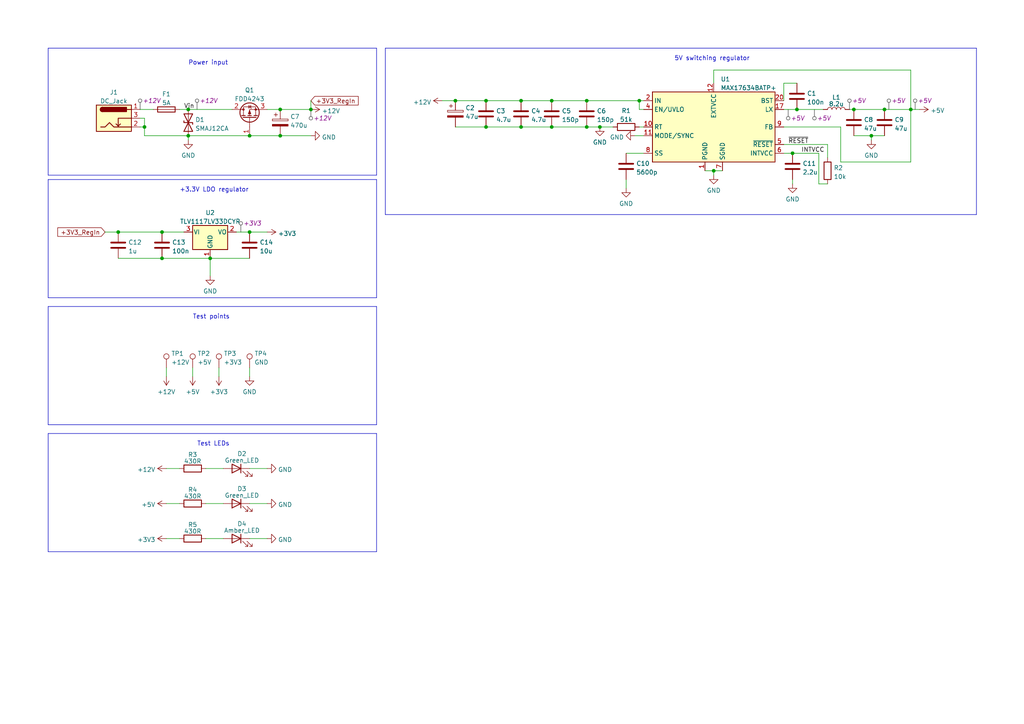
<source format=kicad_sch>
(kicad_sch (version 20230121) (generator eeschema)
  (paper "A4")
  (title_block (title "PDU with Consumption Metering Function for SBCs") (date "2023-05-03") (rev "1.0 rev 3"))
  (lib_symbols
    (symbol "+3V3_1" (power) (pin_names (offset 0))
      (property "Value" "+3V3_1" (at 0 3.556 0))
      (symbol "+3V3_1_0_1"
        (polyline (pts (xy -0.762 1.27) (xy 0 2.54)))
        (polyline (pts (xy 0 0) (xy 0 2.54)))
        (polyline (pts (xy 0 2.54) (xy 0.762 1.27)))
      )
      (symbol "+3V3_1_1_1"
        (pin power_in line (at 0 0 90) (length 0) hide (name "+3V3") (number "1"))
      )
    )
    (symbol "+5V_1" (power) (pin_names (offset 0))
      (property "Value" "+5V_1" (at 0 3.556 0))
      (symbol "+5V_1_0_1"
        (polyline (pts (xy -0.762 1.27) (xy 0 2.54)))
        (polyline (pts (xy 0 0) (xy 0 2.54)))
        (polyline (pts (xy 0 2.54) (xy 0.762 1.27)))
      )
      (symbol "+5V_1_1_1"
        (pin power_in line (at 0 0 90) (length 0) hide (name "+5V") (number "1"))
      )
    )
    (symbol "Connector:Barrel_Jack_Switch" (pin_names hide)
      (property "Reference" "J" (at 0 5.334 0))
      (property "Value" "Barrel_Jack_Switch" (at 0 -5.08 0))
      (symbol "Barrel_Jack_Switch_0_1"
        (rectangle (start -5.08 3.81) (end 5.08 -3.81) (stroke (width 0.254)) (fill (type background)))
        (arc (start -3.302 3.175) (mid -3.9343 2.54) (end -3.302 1.905) (stroke (width 0.254)))
        (arc (start -3.302 3.175) (mid -3.9343 2.54) (end -3.302 1.905) (stroke (width 0.254)) (fill (type outline)))
        (polyline (pts (xy 1.27 -2.286) (xy 1.905 -1.651)) (stroke (width 0.254)))
        (polyline (pts (xy 5.08 2.54) (xy 3.81 2.54)) (stroke (width 0.254)))
        (polyline (pts (xy 5.08 0) (xy 1.27 0) (xy 1.27 -2.286) (xy 0.635 -1.651)) (stroke (width 0.254)))
        (polyline (pts (xy -3.81 -2.54) (xy -2.54 -2.54) (xy -1.27 -1.27) (xy 0 -2.54) (xy 2.54 -2.54) (xy 5.08 -2.54)) (stroke (width 0.254)))
        (rectangle (start 3.683 3.175) (end -3.302 1.905) (stroke (width 0.254)) (fill (type outline)))
      )
      (symbol "Barrel_Jack_Switch_1_1"
        (pin passive line (at 7.62 2.54 180) (length 2.54) (name "~") (number "1"))
        (pin passive line (at 7.62 -2.54 180) (length 2.54) (name "~") (number "2"))
        (pin passive line (at 7.62 0 180) (length 2.54) (name "~") (number "3"))
      )
    )
    (symbol "Connector:TestPoint" (pin_numbers hide) (pin_names (offset 0.762) hide)
      (property "Reference" "TP" (at 0 6.858 0))
      (property "Value" "TestPoint" (at 0 5.08 0))
      (symbol "TestPoint_0_1"
        (circle (center 0 3.302) (radius 0.762))
      )
      (symbol "TestPoint_1_1"
        (pin passive line (at 0 0 90) (length 2.54) (name "1") (number "1"))
      )
    )
    (symbol "Device:C" (pin_numbers hide) (pin_names (offset 0.254))
      (property "Reference" "C" (at 0.635 2.54 0))
      (property "Value" "C" (at 0.635 -2.54 0))
      (symbol "C_0_1"
        (polyline (pts (xy -2.032 -0.762) (xy 2.032 -0.762)) (stroke (width 0.508)))
        (polyline (pts (xy -2.032 0.762) (xy 2.032 0.762)) (stroke (width 0.508)))
      )
      (symbol "C_1_1"
        (pin passive line (at 0 3.81 270) (length 2.794) (name "~") (number "1"))
        (pin passive line (at 0 -3.81 90) (length 2.794) (name "~") (number "2"))
      )
    )
    (symbol "Device:C_Polarized" (pin_numbers hide) (pin_names (offset 0.254))
      (property "Reference" "C" (at 0.635 2.54 0))
      (property "Value" "C_Polarized" (at 0.635 -2.54 0))
      (symbol "C_Polarized_0_1"
        (rectangle (start -2.286 0.508) (end 2.286 1.016))
        (polyline (pts (xy -1.778 2.286) (xy -0.762 2.286)))
        (polyline (pts (xy -1.27 2.794) (xy -1.27 1.778)))
        (rectangle (start 2.286 -0.508) (end -2.286 -1.016) (fill (type outline)))
      )
      (symbol "C_Polarized_1_1"
        (pin passive line (at 0 3.81 270) (length 2.794) (name "~") (number "1"))
        (pin passive line (at 0 -3.81 90) (length 2.794) (name "~") (number "2"))
      )
    )
    (symbol "Device:D_TVS" (pin_numbers hide) (pin_names (offset 1.016) hide)
      (property "Reference" "D" (at 0 2.54 0))
      (property "Value" "D_TVS" (at 0 -2.54 0))
      (symbol "D_TVS_0_1"
        (polyline (pts (xy 1.27 0) (xy -1.27 0)))
        (polyline (pts (xy 0.508 1.27) (xy 0 1.27) (xy 0 -1.27) (xy -0.508 -1.27)) (stroke (width 0.254)))
        (polyline (pts (xy -2.54 1.27) (xy -2.54 -1.27) (xy 2.54 1.27) (xy 2.54 -1.27) (xy -2.54 1.27)) (stroke (width 0.254)))
      )
      (symbol "D_TVS_1_1"
        (pin passive line (at -3.81 0 0) (length 2.54) (name "A1") (number "1"))
        (pin passive line (at 3.81 0 180) (length 2.54) (name "A2") (number "2"))
      )
    )
    (symbol "Device:Fuse" (pin_numbers hide) (pin_names (offset 0))
      (property "Reference" "F" (at 2.032 0 90))
      (property "Value" "Fuse" (at -1.905 0 90))
      (symbol "Fuse_0_1"
        (rectangle (start -0.762 -2.54) (end 0.762 2.54) (stroke (width 0.254)))
        (polyline (pts (xy 0 2.54) (xy 0 -2.54)))
      )
      (symbol "Fuse_1_1"
        (pin passive line (at 0 3.81 270) (length 1.27) (name "~") (number "1"))
        (pin passive line (at 0 -3.81 90) (length 1.27) (name "~") (number "2"))
      )
    )
    (symbol "Device:L" (pin_numbers hide) (pin_names (offset 1.016) hide)
      (property "Reference" "L" (at -1.27 0 90))
      (property "Value" "L" (at 1.905 0 90))
      (symbol "L_0_1"
        (arc (start 0 -2.54) (mid 0.6323 -1.905) (end 0 -1.27))
        (arc (start 0 -1.27) (mid 0.6323 -0.635) (end 0 0))
        (arc (start 0 0) (mid 0.6323 0.635) (end 0 1.27))
        (arc (start 0 1.27) (mid 0.6323 1.905) (end 0 2.54))
      )
      (symbol "L_1_1"
        (pin passive line (at 0 3.81 270) (length 1.27) (name "1") (number "1"))
        (pin passive line (at 0 -3.81 90) (length 1.27) (name "2") (number "2"))
      )
    )
    (symbol "Device:LED" (pin_numbers hide) (pin_names (offset 1.016) hide)
      (property "Reference" "D" (at 0 2.54 0))
      (property "Value" "LED" (at 0 -2.54 0))
      (symbol "LED_0_1"
        (polyline (pts (xy -1.27 -1.27) (xy -1.27 1.27)) (stroke (width 0.254)))
        (polyline (pts (xy -1.27 0) (xy 1.27 0)))
        (polyline (pts (xy 1.27 -1.27) (xy 1.27 1.27) (xy -1.27 0) (xy 1.27 -1.27)) (stroke (width 0.254)))
        (polyline (pts (xy -3.048 -0.762) (xy -4.572 -2.286) (xy -3.81 -2.286) (xy -4.572 -2.286) (xy -4.572 -1.524)))
        (polyline (pts (xy -1.778 -0.762) (xy -3.302 -2.286) (xy -2.54 -2.286) (xy -3.302 -2.286) (xy -3.302 -1.524)))
      )
      (symbol "LED_1_1"
        (pin passive line (at -3.81 0 0) (length 2.54) (name "K") (number "1"))
        (pin passive line (at 3.81 0 180) (length 2.54) (name "A") (number "2"))
      )
    )
    (symbol "Device:Q_PMOS_GDS" (pin_names (offset 0) hide)
      (property "Reference" "Q" (at 5.08 1.27 0))
      (property "Value" "Q_PMOS_GDS" (at 5.08 -1.27 0))
      (symbol "Q_PMOS_GDS_0_1"
        (polyline (pts (xy 0.254 0) (xy -2.54 0)))
        (polyline (pts (xy 0.254 1.905) (xy 0.254 -1.905)) (stroke (width 0.254)))
        (polyline (pts (xy 0.762 -1.27) (xy 0.762 -2.286)) (stroke (width 0.254)))
        (polyline (pts (xy 0.762 0.508) (xy 0.762 -0.508)) (stroke (width 0.254)))
        (polyline (pts (xy 0.762 2.286) (xy 0.762 1.27)) (stroke (width 0.254)))
        (polyline (pts (xy 2.54 2.54) (xy 2.54 1.778)))
        (polyline (pts (xy 2.54 -2.54) (xy 2.54 0) (xy 0.762 0)))
        (polyline (pts (xy 0.762 1.778) (xy 3.302 1.778) (xy 3.302 -1.778) (xy 0.762 -1.778)))
        (polyline (pts (xy 2.286 0) (xy 1.27 0.381) (xy 1.27 -0.381) (xy 2.286 0)) (fill (type outline)))
        (polyline (pts (xy 2.794 -0.508) (xy 2.921 -0.381) (xy 3.683 -0.381) (xy 3.81 -0.254)))
        (polyline (pts (xy 3.302 -0.381) (xy 2.921 0.254) (xy 3.683 0.254) (xy 3.302 -0.381)))
        (circle (center 1.651 0) (radius 2.794) (stroke (width 0.254)))
        (circle (center 2.54 -1.778) (radius 0.254) (fill (type outline)))
        (circle (center 2.54 1.778) (radius 0.254) (fill (type outline)))
      )
      (symbol "Q_PMOS_GDS_1_1"
        (pin input line (at -5.08 0 0) (length 2.54) (name "G") (number "1"))
        (pin passive line (at 2.54 5.08 270) (length 2.54) (name "D") (number "2"))
        (pin passive line (at 2.54 -5.08 90) (length 2.54) (name "S") (number "3"))
      )
    )
    (symbol "Device:R" (pin_numbers hide) (pin_names (offset 0))
      (property "Reference" "R" (at 2.032 0 90))
      (property "Value" "R" (at 0 0 90))
      (symbol "R_0_1"
        (rectangle (start -1.016 -2.54) (end 1.016 2.54) (stroke (width 0.254)))
      )
      (symbol "R_1_1"
        (pin passive line (at 0 3.81 270) (length 1.27) (name "~") (number "1"))
        (pin passive line (at 0 -3.81 90) (length 1.27) (name "~") (number "2"))
      )
    )
    (symbol "GND_1" (power) (pin_names (offset 0))
      (property "Value" "GND_1" (at 0 -3.81 0))
      (symbol "GND_1_0_1"
        (polyline (pts (xy 0 0) (xy 0 -1.27) (xy 1.27 -1.27) (xy 0 -2.54) (xy -1.27 -1.27) (xy 0 -1.27)))
      )
      (symbol "GND_1_1_1"
        (pin power_in line (at 0 0 270) (length 0) hide (name "GND") (number "1"))
      )
    )
    (symbol "Regulator_Linear:LD1117S33TR_SOT223" (pin_names (offset 0.254))
      (property "Reference" "U" (at -3.81 3.175 0))
      (property "Value" "LD1117S33TR_SOT223" (at 0 3.175 0))
      (symbol "LD1117S33TR_SOT223_0_1"
        (rectangle (start -5.08 -5.08) (end 5.08 1.905) (stroke (width 0.254)) (fill (type background)))
      )
      (symbol "LD1117S33TR_SOT223_1_1"
        (pin power_in line (at 0 -7.62 90) (length 2.54) (name "GND") (number "1"))
        (pin power_out line (at 7.62 0 180) (length 2.54) (name "VO") (number "2"))
        (pin power_in line (at -7.62 0 0) (length 2.54) (name "VI") (number "3"))
      )
    )
    (symbol "Regulator_Switching_custom:MAX17634BATP+"
      (property "Reference" "U" (at -15.24 10.16 0))
      (property "Value" "MAX17634BATP+" (at 10.16 11.43 0))
      (symbol "MAX17634BATP+_0_1"
        (rectangle (start -17.78 10.16) (end 17.78 -10.16) (stroke (width 0.254)) (fill (type background)))
      )
      (symbol "MAX17634BATP+_1_1"
        (pin power_in line (at -2.54 -12.7 90) (length 2.54) (name "PGND") (number "1"))
        (pin input line (at -20.32 0 0) (length 2.54) (name "RT") (number "10"))
        (pin input line (at -20.32 -2.54 0) (length 2.54) (name "MODE/SYNC") (number "11"))
        (pin open_collector line (at 0 12.7 270) (length 2.54) (name "EXTVCC") (number "12"))
        (pin no_connect line (at -20.32 2.54 0) (length 2.54) hide (name "NC") (number "13"))
        (pin passive line (at -20.32 7.62 0) (length 2.54) hide (name "IN") (number "14"))
        (pin passive line (at -2.54 -12.7 90) (length 2.54) hide (name "PGND") (number "15"))
        (pin no_connect line (at -20.32 -5.08 0) (length 2.54) hide (name "NC") (number "16"))
        (pin power_out line (at 20.32 5.08 180) (length 2.54) (name "LX") (number "17"))
        (pin passive line (at 20.32 5.08 180) (length 2.54) hide (name "LX") (number "18"))
        (pin passive line (at 20.32 5.08 180) (length 2.54) hide (name "LX") (number "19"))
        (pin power_in line (at -20.32 7.62 0) (length 2.54) (name "IN") (number "2"))
        (pin passive line (at 20.32 7.62 180) (length 2.54) (name "BST") (number "20"))
        (pin passive line (at 2.54 -12.7 90) (length 2.54) hide (name "SGND") (number "21"))
        (pin passive line (at -20.32 7.62 0) (length 2.54) hide (name "IN") (number "3"))
        (pin input line (at -20.32 5.08 0) (length 2.54) (name "EN/UVLO") (number "4"))
        (pin open_collector line (at 20.32 -5.08 180) (length 2.54) (name "~{RESET}") (number "5"))
        (pin power_out line (at 20.32 -7.62 180) (length 2.54) (name "INTVCC") (number "6"))
        (pin passive line (at 2.54 -12.7 90) (length 2.54) (name "SGND") (number "7"))
        (pin passive line (at -20.32 -7.62 0) (length 2.54) (name "SS") (number "8"))
        (pin input line (at 20.32 0 180) (length 2.54) (name "FB") (number "9"))
      )
    )
    (symbol "power:+12V" (power) (pin_names (offset 0))
      (property "Value" "+12V" (at 0 3.556 0))
      (symbol "+12V_0_1"
        (polyline (pts (xy -0.762 1.27) (xy 0 2.54)))
        (polyline (pts (xy 0 0) (xy 0 2.54)))
        (polyline (pts (xy 0 2.54) (xy 0.762 1.27)))
      )
      (symbol "+12V_1_1"
        (pin power_in line (at 0 0 90) (length 0) hide (name "+12V") (number "1"))
      )
    )
    (symbol "power:+3V3" (power) (pin_names (offset 0))
      (property "Value" "+3V3" (at 0 3.556 0))
      (symbol "+3V3_0_1"
        (polyline (pts (xy -0.762 1.27) (xy 0 2.54)))
        (polyline (pts (xy 0 0) (xy 0 2.54)))
        (polyline (pts (xy 0 2.54) (xy 0.762 1.27)))
      )
      (symbol "+3V3_1_1"
        (pin power_in line (at 0 0 90) (length 0) hide (name "+3V3") (number "1"))
      )
    )
    (symbol "power:+5V" (power) (pin_names (offset 0))
      (property "Value" "+5V" (at 0 3.556 0))
      (symbol "+5V_0_1"
        (polyline (pts (xy -0.762 1.27) (xy 0 2.54)))
        (polyline (pts (xy 0 0) (xy 0 2.54)))
        (polyline (pts (xy 0 2.54) (xy 0.762 1.27)))
      )
      (symbol "+5V_1_1"
        (pin power_in line (at 0 0 90) (length 0) hide (name "+5V") (number "1"))
      )
    )
    (symbol "power:GND" (power) (pin_names (offset 0))
      (property "Value" "GND" (at 0 -3.81 0))
      (symbol "GND_0_1"
        (polyline (pts (xy 0 0) (xy 0 -1.27) (xy 1.27 -1.27) (xy 0 -2.54) (xy -1.27 -1.27) (xy 0 -1.27)))
      )
      (symbol "GND_1_1"
        (pin power_in line (at 0 0 270) (length 0) hide (name "GND") (number "1"))
      )
    )
  )
  (junction (at 207.01 49.53))
  (junction (at 140.97 29.21))
  (junction (at 160.02 36.83))
  (junction (at 46.99 74.93))
  (junction (at 54.61 39.37))
  (junction (at 34.29 67.31))
  (junction (at 72.39 67.31))
  (junction (at 247.65 31.75))
  (junction (at 170.18 29.21))
  (junction (at 252.73 39.37))
  (junction (at 132.08 29.21))
  (junction (at 90.17 31.75))
  (junction (at 256.54 31.75))
  (junction (at 60.96 74.93))
  (junction (at 46.99 67.31))
  (junction (at 81.28 39.37))
  (junction (at 173.99 36.83))
  (junction (at 231.14 31.75))
  (junction (at 151.13 29.21))
  (junction (at 151.13 36.83))
  (junction (at 185.42 29.21))
  (junction (at 160.02 29.21))
  (junction (at 72.39 39.37))
  (junction (at 41.91 36.83))
  (junction (at 264.16 31.75))
  (junction (at 140.97 36.83))
  (junction (at 170.18 36.83))
  (junction (at 229.87 44.45))
  (junction (at 81.28 31.75))
  (junction (at 54.61 31.75))
  (wire (pts (xy 243.84 36.83) (xy 227.33 36.83)))
  (wire (pts (xy 227.33 31.75) (xy 231.14 31.75)))
  (wire (pts (xy 140.97 29.21) (xy 151.13 29.21)))
  (wire (pts (xy 264.16 46.99) (xy 243.84 46.99)))
  (polyline (pts (xy 13.97 88.9) (xy 13.97 123.19)))
  (polyline (pts (xy 13.97 160.02) (xy 109.22 160.02)))
  (polyline (pts (xy 283.21 62.23) (xy 283.21 13.97)))
  (wire (pts (xy 59.69 135.89) (xy 64.77 135.89)))
  (wire (pts (xy 77.47 31.75) (xy 81.28 31.75)))
  (wire (pts (xy 68.58 67.31) (xy 72.39 67.31)))
  (wire (pts (xy 59.69 146.05) (xy 64.77 146.05)))
  (wire (pts (xy 40.64 34.29) (xy 41.91 34.29)))
  (wire (pts (xy 40.64 36.83) (xy 41.91 36.83)))
  (wire (pts (xy 60.96 74.93) (xy 72.39 74.93)))
  (wire (pts (xy 185.42 36.83) (xy 186.69 36.83)))
  (wire (pts (xy 227.33 44.45) (xy 229.87 44.45)))
  (wire (pts (xy 72.39 156.21) (xy 77.47 156.21)))
  (polyline (pts (xy 13.97 50.8) (xy 109.22 50.8)))
  (wire (pts (xy 264.16 20.32) (xy 264.16 31.75)))
  (wire (pts (xy 54.61 39.37) (xy 72.39 39.37)))
  (polyline (pts (xy 13.97 125.73) (xy 13.97 160.02)))
  (wire (pts (xy 227.33 24.13) (xy 231.14 24.13)))
  (wire (pts (xy 181.61 52.07) (xy 181.61 54.61)))
  (wire (pts (xy 30.48 67.31) (xy 34.29 67.31)))
  (wire (pts (xy 227.33 29.21) (xy 227.33 24.13)))
  (polyline (pts (xy 13.97 52.07) (xy 109.22 52.07)))
  (wire (pts (xy 72.39 135.89) (xy 77.47 135.89)))
  (wire (pts (xy 72.39 146.05) (xy 77.47 146.05)))
  (wire (pts (xy 60.96 74.93) (xy 60.96 80.01)))
  (wire (pts (xy 54.61 39.37) (xy 41.91 39.37)))
  (wire (pts (xy 59.69 156.21) (xy 64.77 156.21)))
  (wire (pts (xy 40.64 31.75) (xy 44.45 31.75)))
  (wire (pts (xy 41.91 36.83) (xy 41.91 39.37)))
  (polyline (pts (xy 109.22 13.97) (xy 109.22 50.8)))
  (wire (pts (xy 252.73 39.37) (xy 252.73 40.64)))
  (wire (pts (xy 173.99 36.83) (xy 177.8 36.83)))
  (wire (pts (xy 207.01 24.13) (xy 207.01 20.32)))
  (wire (pts (xy 246.38 31.75) (xy 247.65 31.75)))
  (wire (pts (xy 186.69 31.75) (xy 185.42 31.75)))
  (wire (pts (xy 231.14 31.75) (xy 238.76 31.75)))
  (wire (pts (xy 243.84 46.99) (xy 243.84 36.83)))
  (wire (pts (xy 237.49 44.45) (xy 237.49 53.34)))
  (wire (pts (xy 229.87 52.07) (xy 229.87 53.34)))
  (wire (pts (xy 48.26 106.68) (xy 48.26 109.22)))
  (wire (pts (xy 46.99 67.31) (xy 53.34 67.31)))
  (wire (pts (xy 34.29 74.93) (xy 46.99 74.93)))
  (wire (pts (xy 55.88 106.68) (xy 55.88 109.22)))
  (wire (pts (xy 170.18 36.83) (xy 173.99 36.83)))
  (wire (pts (xy 52.07 31.75) (xy 54.61 31.75)))
  (wire (pts (xy 140.97 36.83) (xy 151.13 36.83)))
  (wire (pts (xy 81.28 31.75) (xy 90.17 31.75)))
  (wire (pts (xy 207.01 49.53) (xy 207.01 50.8)))
  (wire (pts (xy 227.33 41.91) (xy 240.03 41.91)))
  (wire (pts (xy 151.13 29.21) (xy 160.02 29.21)))
  (polyline (pts (xy 109.22 86.36) (xy 109.22 52.07)))
  (polyline (pts (xy 109.22 160.02) (xy 109.22 125.73)))
  (wire (pts (xy 252.73 39.37) (xy 256.54 39.37)))
  (polyline (pts (xy 109.22 123.19) (xy 109.22 88.9)))
  (wire (pts (xy 160.02 29.21) (xy 170.18 29.21)))
  (wire (pts (xy 264.16 31.75) (xy 266.7 31.75)))
  (polyline (pts (xy 13.97 123.19) (xy 109.22 123.19)))
  (wire (pts (xy 264.16 31.75) (xy 264.16 46.99)))
  (wire (pts (xy 207.01 49.53) (xy 209.55 49.53)))
  (wire (pts (xy 132.08 29.21) (xy 140.97 29.21)))
  (wire (pts (xy 72.39 67.31) (xy 77.47 67.31)))
  (wire (pts (xy 229.87 44.45) (xy 237.49 44.45)))
  (wire (pts (xy 207.01 20.32) (xy 264.16 20.32)))
  (wire (pts (xy 185.42 31.75) (xy 185.42 29.21)))
  (polyline (pts (xy 111.76 62.23) (xy 283.21 62.23)))
  (polyline (pts (xy 13.97 13.97) (xy 13.97 50.8)))
  (wire (pts (xy 170.18 29.21) (xy 185.42 29.21)))
  (wire (pts (xy 160.02 36.83) (xy 170.18 36.83)))
  (wire (pts (xy 48.26 135.89) (xy 52.07 135.89)))
  (wire (pts (xy 128.27 29.21) (xy 132.08 29.21)))
  (wire (pts (xy 48.26 146.05) (xy 52.07 146.05)))
  (polyline (pts (xy 111.76 13.97) (xy 283.21 13.97)))
  (wire (pts (xy 184.15 39.37) (xy 186.69 39.37)))
  (wire (pts (xy 247.65 39.37) (xy 252.73 39.37)))
  (wire (pts (xy 63.5 106.68) (xy 63.5 109.22)))
  (wire (pts (xy 54.61 39.37) (xy 54.61 40.64)))
  (polyline (pts (xy 13.97 125.73) (xy 109.22 125.73)))
  (wire (pts (xy 181.61 44.45) (xy 186.69 44.45)))
  (wire (pts (xy 240.03 41.91) (xy 240.03 45.72)))
  (wire (pts (xy 90.17 29.21) (xy 90.17 31.75)))
  (wire (pts (xy 256.54 31.75) (xy 264.16 31.75)))
  (wire (pts (xy 132.08 36.83) (xy 140.97 36.83)))
  (wire (pts (xy 54.61 31.75) (xy 67.31 31.75)))
  (polyline (pts (xy 109.22 13.97) (xy 13.97 13.97)))
  (wire (pts (xy 237.49 53.34) (xy 240.03 53.34)))
  (wire (pts (xy 34.29 67.31) (xy 46.99 67.31)))
  (polyline (pts (xy 13.97 88.9) (xy 109.22 88.9)))
  (polyline (pts (xy 13.97 52.07) (xy 13.97 86.36)))
  (wire (pts (xy 151.13 36.83) (xy 160.02 36.83)))
  (wire (pts (xy 41.91 34.29) (xy 41.91 36.83)))
  (wire (pts (xy 48.26 156.21) (xy 52.07 156.21)))
  (polyline (pts (xy 13.97 86.36) (xy 109.22 86.36)))
  (wire (pts (xy 46.99 74.93) (xy 60.96 74.93)))
  (wire (pts (xy 247.65 31.75) (xy 256.54 31.75)))
  (polyline (pts (xy 111.76 13.97) (xy 111.76 62.23)))
  (wire (pts (xy 72.39 106.68) (xy 72.39 109.22)))
  (wire (pts (xy 204.47 49.53) (xy 207.01 49.53)))
  (wire (pts (xy 81.28 39.37) (xy 90.17 39.37)))
  (wire (pts (xy 72.39 39.37) (xy 81.28 39.37)))
  (wire (pts (xy 185.42 29.21) (xy 186.69 29.21)))
  (text "+3.3V LDO regulator" (at 52.07 55.88 0) (effects (font (size 1.27 1.27)) (justify left bottom)))
  (text "Test LEDs" (at 57.15 129.54 0) (effects (font (size 1.27 1.27)) (justify left bottom)))
  (text "Test points" (at 55.88 92.71 0) (effects (font (size 1.27 1.27)) (justify left bottom)))
  (text "5V switching regulator" (at 195.58 17.78 0) (effects (font (size 1.27 1.27)) (justify left bottom)))
  (text "Power input" (at 54.61 19.05 0) (effects (font (size 1.27 1.27)) (justify left bottom)))
  (label "Vin" (at 53.34 31.75 0))
  (label "~{RESET}" (at 228.6 41.91 0))
  (label "INTVCC" (at 232.41 44.45 0))
  (global_label "+3V3_RegIn" (shape input) (at 30.48 67.31 180) (property "Intersheetrefs" "${INTERSHEET_REFS}" (effects hide)))
  (global_label "+3V3_RegIn" (shape input) (at 90.17 29.21 0) (property "Intersheetrefs" "${INTERSHEET_REFS}" (effects hide)))
  (netclass_flag "" (length 2.54) (shape round) (at 90.17 31.75 180) (property "Netclass" "+12V" (at 90.8685 34.29 0) (effects (font italic) (justify left))))
  (netclass_flag "" (length 2.54) (shape round) (at 228.6 31.75 180) (property "Netclass" "+5V" (at 229.2985 34.29 0) (effects (font italic) (justify left))))
  (netclass_flag "" (length 2.54) (shape round) (at 69.85 67.31 0) (property "Netclass" "+3V3" (at 70.5485 64.77 0) (effects (font italic) (justify left))))
  (netclass_flag "" (length 2.54) (shape round) (at 246.38 31.75 0) (property "Netclass" "+5V" (at 247.0785 29.21 0) (effects (font italic) (justify left))))
  (netclass_flag "" (length 2.54) (shape round) (at 57.15 31.75 0) (property "Netclass" "+12V" (at 57.8485 29.21 0) (effects (font italic) (justify left))))
  (netclass_flag "" (length 2.54) (shape round) (at 257.81 31.75 0) (property "Netclass" "+5V" (at 258.5085 29.21 0) (effects (font italic) (justify left))))
  (netclass_flag "" (length 2.54) (shape round) (at 40.64 31.75 0) (property "Netclass" "+12V" (at 41.3385 29.21 0) (effects (font italic) (justify left))))
  (netclass_flag "" (length 2.54) (shape round) (at 236.22 31.75 180) (property "Netclass" "+5V" (at 236.9185 34.29 0) (effects (font italic) (justify left))))
  (netclass_flag "" (length 2.54) (shape round) (at 265.43 31.75 0) (property "Netclass" "+5V" (at 266.1285 29.21 0) (effects (font italic) (justify left))))
  (symbol (lib_id "Device:L") (at 242.57 31.75 90) (unit 1)
    (property "Reference" "L1" (at 242.57 28.2347 90))
    (property "Value" "8.2u" (at 242.57 30.1557 90))
    (property "Footprint" "Inductor_SMD:L_Bourns_SRP1245A" (effects hide))
    (property "Mouser" "https://cz.mouser.com/ProductDetail/Coilcraft/XAL6060-822MEC" (effects hide))
  )
  (symbol (lib_id "Connector:TestPoint") (at 72.39 106.68 0) (unit 1)
    (property "Reference" "TP4" (at 73.787 102.5433 0) (effects (justify left)))
    (property "Value" "GND" (at 73.787 105.0802 0) (effects (justify left)))
    (property "Footprint" "TestPoint:TestPoint_Pad_D2.0mm" (effects hide))
  )
  (symbol (lib_id "Device:C") (at 160.02 33.02 0) (unit 1)
    (property "Reference" "C5" (at 162.941 32.1853 0) (effects (justify left)))
    (property "Value" "150p" (at 162.941 34.7222 0) (effects (justify left)))
    (property "Footprint" "Capacitor_SMD:C_0402_1005Metric_Pad0.74x0.62mm_HandSolder" (effects hide))
    (property "Mouser" "https://cz.mouser.com/ProductDetail/810-C1005C0G2A151JBA" (effects hide))
  )
  (symbol (lib_id "Device:R") (at 240.03 49.53 0) (unit 1)
    (property "Reference" "R2" (at 241.808 48.6953 0) (effects (justify left)))
    (property "Value" "10k" (at 241.808 51.2322 0) (effects (justify left)))
    (property "Footprint" "Resistor_SMD:R_0402_1005Metric_Pad0.72x0.64mm_HandSolder" (effects hide))
    (property "Mouser" "https://cz.mouser.com/ProductDetail/652-CR0402FX-1002GLF" (effects hide))
  )
  (symbol (lib_id "power:GND") (at 184.15 39.37 270) (unit 1)
    (property "Reference" "#PWR07" (effects hide))
    (property "Value" "GND" (at 180.9751 39.8038 90) (effects (justify right)))
  )
  (symbol (lib_id "Device:C") (at 72.39 71.12 0) (unit 1)
    (property "Reference" "C14" (at 75.311 70.2853 0) (effects (justify left)))
    (property "Value" "10u" (at 75.311 72.8222 0) (effects (justify left)))
    (property "Footprint" "Capacitor_SMD:C_0603_1608Metric_Pad1.08x0.95mm_HandSolder" (effects hide))
    (property "Mouser" "https://cz.mouser.com/ProductDetail/81-GRM188R61A106ME9D" (effects hide))
  )
  (symbol (lib_id "power:+12V") (at 48.26 109.22 180) (unit 1)
    (property "Reference" "#PWR015" (effects hide))
    (property "Value" "+12V" (at 48.26 113.6634 0))
  )
  (symbol (lib_id "Device:Fuse") (at 48.26 31.75 90) (unit 1)
    (property "Reference" "F1" (at 48.26 27.2882 90))
    (property "Value" "5A" (at 48.26 29.8251 90))
    (property "Footprint" "Fuse:Fuse_1206_3216Metric_Pad1.42x1.75mm_HandSolder" (effects hide))
    (property "Mouser" "https://cz.mouser.com/ProductDetail/530-C1T5" (effects hide))
  )
  (symbol (lib_id "power:GND") (at 229.87 53.34 0) (unit 1)
    (property "Reference" "#PWR011" (effects hide))
    (property "Value" "GND" (at 229.87 57.7834 0))
  )
  (symbol (lib_id "Device:R") (at 55.88 146.05 90) (unit 1)
    (property "Reference" "R4" (at 55.88 142.0241 90))
    (property "Value" "430R" (at 55.88 143.9451 90))
    (property "Footprint" "Resistor_SMD:R_0603_1608Metric_Pad0.98x0.95mm_HandSolder" (effects hide))
    (property "Mouser" "https://cz.mouser.com/ProductDetail/667-ERJ-UP3J431V" (effects hide))
  )
  (symbol (lib_id "Device:LED") (at 68.58 135.89 0) (mirror y) (unit 1)
    (property "Reference" "D2" (at 70.1675 131.6101 0))
    (property "Value" "Green_LED" (at 70.1675 133.5311 0))
    (property "Footprint" "LED_SMD:LED_0603_1608Metric_Pad1.05x0.95mm_HandSolder" (effects hide))
    (property "Mouser" "https://cz.mouser.com/ProductDetail/710-150060GS75000" (effects hide))
  )
  (symbol (lib_name "+3V3_1") (lib_id "power:+3V3") (at 48.26 156.21 90) (unit 1)
    (property "Reference" "#PWR023" (effects hide))
    (property "Value" "+3V3" (at 45.085 156.5268 90) (effects (justify left)))
  )
  (symbol (lib_id "power:+5V") (at 266.7 31.75 270) (unit 1)
    (property "Reference" "#PWR073" (effects hide))
    (property "Value" "+5V" (at 269.875 32.0668 90) (effects (justify left)))
    (instances (project "pdu" (path "" (reference "#PWR073") (unit 1)) (path "" (reference "#PWR04") (unit 1))))
  )
  (symbol (lib_id "power:GND") (at 207.01 50.8 0) (unit 1)
    (property "Reference" "#PWR010" (effects hide))
    (property "Value" "GND" (at 207.01 55.2434 0))
  )
  (symbol (lib_id "Device:C") (at 229.87 48.26 0) (unit 1)
    (property "Reference" "C11" (at 232.791 47.4253 0) (effects (justify left)))
    (property "Value" "2.2u" (at 232.791 49.9622 0) (effects (justify left)))
    (property "Footprint" "Capacitor_SMD:C_0603_1608Metric_Pad1.08x0.95mm_HandSolder" (effects hide))
    (property "Mouser" "https://cz.mouser.com/ProductDetail/81-GRM188R71A225KE5J" (effects hide))
  )
  (symbol (lib_id "Device:C") (at 181.61 48.26 0) (unit 1)
    (property "Reference" "C10" (at 184.531 47.4253 0) (effects (justify left)))
    (property "Value" "5600p" (at 184.531 49.9622 0) (effects (justify left)))
    (property "Footprint" "Capacitor_SMD:C_0402_1005Metric_Pad0.74x0.62mm_HandSolder" (effects hide))
    (property "Mouser" "https://cz.mouser.com/ProductDetail/81-GRM1555C1H562GE1D" (effects hide))
  )
  (symbol (lib_id "Device:C") (at 170.18 33.02 0) (unit 1)
    (property "Reference" "C6" (at 173.101 32.1853 0) (effects (justify left)))
    (property "Value" "150p" (at 173.101 34.7222 0) (effects (justify left)))
    (property "Footprint" "Capacitor_SMD:C_0402_1005Metric_Pad0.74x0.62mm_HandSolder" (effects hide))
    (property "Mouser" "https://cz.mouser.com/ProductDetail/810-C1005C0G2A151JBA" (effects hide))
  )
  (symbol (lib_id "Regulator_Switching_custom:MAX17634BATP+") (at 207.01 36.83 0) (unit 1)
    (property "Reference" "U1" (at 209.0294 22.9702 0) (effects (justify left)))
    (property "Value" "MAX17634BATP+" (at 209.0294 25.5071 0) (effects (justify left)))
    (property "Footprint" "Package_DFN_QFN:TQFN-20-1EP_4x4mm_P0.5mm_EP2.9x2.9mm" (effects hide))
    (property "Datasheet" "https://datasheets.maximintegrated.com/en/ds/MAX17634A-MAX17634C.pdf" (effects hide))
    (property "Mouser" "https://cz.mouser.com/ProductDetail/700-MAX17634BATP%2b" (effects hide))
  )
  (symbol (lib_id "Device:R") (at 181.61 36.83 90) (unit 1)
    (property "Reference" "R1" (at 181.61 32.1142 90))
    (property "Value" "51k" (at 181.61 34.6511 90))
    (property "Footprint" "Resistor_SMD:R_0402_1005Metric_Pad0.72x0.64mm_HandSolder" (effects hide))
    (property "Mouser" "https://cz.mouser.com/ProductDetail/667-ERJ-2RKF5102X" (effects hide))
  )
  (symbol (lib_id "Device:R") (at 55.88 135.89 90) (unit 1)
    (property "Reference" "R3" (at 55.88 131.8641 90))
    (property "Value" "430R" (at 55.88 133.7851 90))
    (property "Footprint" "Resistor_SMD:R_0603_1608Metric_Pad0.98x0.95mm_HandSolder" (effects hide))
    (property "Mouser" "https://cz.mouser.com/ProductDetail/667-ERJ-UP3J431V" (effects hide))
  )
  (symbol (lib_name "+5V_1") (lib_id "power:+5V") (at 48.26 146.05 90) (unit 1)
    (property "Reference" "#PWR021" (effects hide))
    (property "Value" "+5V" (at 45.0851 146.3668 90) (effects (justify left)))
  )
  (symbol (lib_id "Connector:TestPoint") (at 48.26 106.68 0) (unit 1)
    (property "Reference" "TP1" (at 49.657 102.5433 0) (effects (justify left)))
    (property "Value" "+12V" (at 49.657 105.0802 0) (effects (justify left)))
    (property "Footprint" "TestPoint:TestPoint_Pad_D2.0mm" (effects hide))
  )
  (symbol (lib_id "power:GND") (at 173.99 36.83 0) (unit 1)
    (property "Reference" "#PWR05" (effects hide))
    (property "Value" "GND" (at 173.99 41.2734 0))
  )
  (symbol (lib_id "Device:C") (at 256.54 35.56 0) (unit 1)
    (property "Reference" "C9" (at 259.461 34.7253 0) (effects (justify left)))
    (property "Value" "47u" (at 259.461 37.2622 0) (effects (justify left)))
    (property "Footprint" "Capacitor_SMD:C_1210_3225Metric_Pad1.33x2.70mm_HandSolder" (effects hide))
    (property "Mouser" "https://cz.mouser.com/ProductDetail/81-GRM32ER71A476ME5L" (effects hide))
  )
  (symbol (lib_id "Device:C") (at 46.99 71.12 0) (unit 1)
    (property "Reference" "C13" (at 49.911 70.2853 0) (effects (justify left)))
    (property "Value" "100n" (at 49.911 72.8222 0) (effects (justify left)))
    (property "Footprint" "Capacitor_SMD:C_0402_1005Metric_Pad0.74x0.62mm_HandSolder" (effects hide))
    (property "Mouser" "https://cz.mouser.com/ProductDetail/187-CL21B104KCFSFNE" (effects hide))
  )
  (symbol (lib_id "Device:C") (at 34.29 71.12 0) (unit 1)
    (property "Reference" "C12" (at 37.211 70.2853 0) (effects (justify left)))
    (property "Value" "1u" (at 37.211 72.8222 0) (effects (justify left)))
    (property "Footprint" "Capacitor_SMD:C_0603_1608Metric_Pad1.08x0.95mm_HandSolder" (effects hide))
    (property "Mouser" "https://cz.mouser.com/ProductDetail/187-CL10A105KA8NNNC" (effects hide))
  )
  (symbol (lib_id "power:+12V") (at 90.17 31.75 270) (unit 1)
    (property "Reference" "#PWR03" (effects hide))
    (property "Value" "+12V" (at 93.345 32.1838 90) (effects (justify left)))
  )
  (symbol (lib_id "power:+3V3") (at 63.5 109.22 180) (unit 1)
    (property "Reference" "#PWR017" (effects hide))
    (property "Value" "+3V3" (at 63.5 113.6634 0))
  )
  (symbol (lib_id "power:+12V") (at 128.27 29.21 90) (unit 1)
    (property "Reference" "#PWR02" (effects hide))
    (property "Value" "+12V" (at 125.095 29.6438 90) (effects (justify left)))
  )
  (symbol (lib_name "GND_1") (lib_id "power:GND") (at 77.47 146.05 90) (unit 1)
    (property "Reference" "#PWR022" (effects hide))
    (property "Value" "GND" (at 80.645 146.3668 90) (effects (justify right)))
  )
  (symbol (lib_id "power:GND") (at 54.61 40.64 0) (unit 1)
    (property "Reference" "#PWR08" (effects hide))
    (property "Value" "GND" (at 54.61 45.0834 0))
  )
  (symbol (lib_id "Device:LED") (at 68.58 156.21 0) (mirror y) (unit 1)
    (property "Reference" "D4" (at 70.1675 151.9301 0))
    (property "Value" "Amber_LED" (at 70.1675 153.8511 0))
    (property "Footprint" "LED_SMD:LED_0603_1608Metric_Pad1.05x0.95mm_HandSolder" (effects hide))
    (property "Mouser" "https://cz.mouser.com/ProductDetail/710-150060GS75000" (effects hide))
  )
  (symbol (lib_id "power:GND") (at 252.73 40.64 0) (unit 1)
    (property "Reference" "#PWR09" (effects hide))
    (property "Value" "GND" (at 252.73 45.0834 0))
  )
  (symbol (lib_id "Device:D_TVS") (at 54.61 35.56 90) (unit 1)
    (property "Reference" "D1" (at 56.642 34.7253 90) (effects (justify right)))
    (property "Value" "SMAJ12CA" (at 56.642 37.2622 90) (effects (justify right)))
    (property "Footprint" "Diode_SMD:D_SMA_Handsoldering" (effects hide))
    (property "Mouser" "https://cz.mouser.com/ProductDetail/78-SMAJ12CAHE3_A-H" (effects hide))
  )
  (symbol (lib_id "Device:R") (at 55.88 156.21 90) (unit 1)
    (property "Reference" "R5" (at 55.88 152.1841 90))
    (property "Value" "430R" (at 55.88 154.1051 90))
    (property "Footprint" "Resistor_SMD:R_0603_1608Metric_Pad0.98x0.95mm_HandSolder" (effects hide))
    (property "Mouser" "https://cz.mouser.com/ProductDetail/667-ERJ-UP3J431V" (effects hide))
  )
  (symbol (lib_id "power:+12V") (at 48.26 135.89 90) (unit 1)
    (property "Reference" "#PWR019" (effects hide))
    (property "Value" "+12V" (at 45.085 136.2068 90) (effects (justify left)))
  )
  (symbol (lib_name "GND_1") (lib_id "power:GND") (at 77.47 156.21 90) (unit 1)
    (property "Reference" "#PWR024" (effects hide))
    (property "Value" "GND" (at 80.645 156.5268 90) (effects (justify right)))
  )
  (symbol (lib_id "power:GND") (at 90.17 39.37 90) (unit 1)
    (property "Reference" "#PWR06" (effects hide))
    (property "Value" "GND" (at 93.345 39.8038 90) (effects (justify right)))
  )
  (symbol (lib_id "Device:Q_PMOS_GDS") (at 72.39 34.29 90) (unit 1)
    (property "Reference" "Q1" (at 72.39 26.1452 90))
    (property "Value" "FDD4243" (at 72.39 28.6821 90))
    (property "Footprint" "Package_TO_SOT_SMD:TO-252-2" (effects hide))
    (property "Mouser" "https://cz.mouser.com/ProductDetail/512-FDD4243" (effects hide))
  )
  (symbol (lib_id "Connector:TestPoint") (at 55.88 106.68 0) (unit 1)
    (property "Reference" "TP2" (at 57.277 102.5433 0) (effects (justify left)))
    (property "Value" "+5V" (at 57.277 105.0802 0) (effects (justify left)))
    (property "Footprint" "TestPoint:TestPoint_Pad_D2.0mm" (effects hide))
  )
  (symbol (lib_id "Connector:TestPoint") (at 63.5 106.68 0) (unit 1)
    (property "Reference" "TP3" (at 64.897 102.5433 0) (effects (justify left)))
    (property "Value" "+3V3" (at 64.897 105.0802 0) (effects (justify left)))
    (property "Footprint" "TestPoint:TestPoint_Pad_D2.0mm" (effects hide))
  )
  (symbol (lib_id "Device:C_Polarized") (at 132.08 33.02 0) (unit 1)
    (property "Reference" "C2" (at 135.001 31.2963 0) (effects (justify left)))
    (property "Value" "47u" (at 135.001 33.8332 0) (effects (justify left)))
    (property "Footprint" "Capacitor_SMD:CP_Elec_6.3x5.8" (effects hide))
    (property "Mouser" "https://cz.mouser.com/ProductDetail/647-UCM1H470MCL1GS" (effects hide))
  )
  (symbol (lib_id "power:+3V3") (at 77.47 67.31 270) (unit 1)
    (property "Reference" "#PWR013" (effects hide))
    (property "Value" "+3V3" (at 80.645 67.7438 90) (effects (justify left)))
  )
  (symbol (lib_id "Device:C") (at 151.13 33.02 0) (unit 1)
    (property "Reference" "C4" (at 154.051 32.1853 0) (effects (justify left)))
    (property "Value" "4.7u" (at 154.051 34.7222 0) (effects (justify left)))
    (property "Footprint" "Capacitor_SMD:C_1206_3216Metric_Pad1.33x1.80mm_HandSolder" (effects hide))
    (property "Mouser" "https://cz.mouser.com/ProductDetail/81-GRM31CR71H475KA2K" (effects hide))
  )
  (symbol (lib_id "Device:C") (at 231.14 27.94 0) (unit 1)
    (property "Reference" "C1" (at 234.061 27.1053 0) (effects (justify left)))
    (property "Value" "100n" (at 234.061 29.6422 0) (effects (justify left)))
    (property "Footprint" "Capacitor_SMD:C_0402_1005Metric_Pad0.74x0.62mm_HandSolder" (effects hide))
    (property "Mouser" "https://cz.mouser.com/ProductDetail/187-CL21B104KCFSFNE" (effects hide))
  )
  (symbol (lib_id "Device:C") (at 140.97 33.02 0) (unit 1)
    (property "Reference" "C3" (at 143.891 32.1853 0) (effects (justify left)))
    (property "Value" "4.7u" (at 143.891 34.7222 0) (effects (justify left)))
    (property "Footprint" "Capacitor_SMD:C_1206_3216Metric_Pad1.33x1.80mm_HandSolder" (effects hide))
    (property "Mouser" "https://cz.mouser.com/ProductDetail/81-GRM31CR71H475KA2K" (effects hide))
  )
  (symbol (lib_id "power:GND") (at 60.96 80.01 0) (unit 1)
    (property "Reference" "#PWR014" (effects hide))
    (property "Value" "GND" (at 60.96 84.4534 0))
  )
  (symbol (lib_id "power:+5V") (at 55.88 109.22 180) (unit 1)
    (property "Reference" "#PWR016" (effects hide))
    (property "Value" "+5V" (at 55.88 113.6634 0))
  )
  (symbol (lib_id "power:GND") (at 72.39 109.22 0) (unit 1)
    (property "Reference" "#PWR018" (effects hide))
    (property "Value" "GND" (at 72.39 113.6634 0))
  )
  (symbol (lib_id "Regulator_Linear:LD1117S33TR_SOT223") (at 60.96 67.31 0) (unit 1)
    (property "Reference" "U2" (at 60.96 61.7052 0))
    (property "Value" "TLV1117LV33DCYR" (at 60.96 64.2421 0))
    (property "Footprint" "Package_TO_SOT_SMD:SOT-223-3_TabPin2" (effects hide))
    (property "Datasheet" "https://www.ti.com/lit/ds/symlink/tlv1117lv.pdf" (effects hide))
    (property "Mouser" "https://cz.mouser.com/ProductDetail/595-TLV1117LV33DCYR" (effects hide))
  )
  (symbol (lib_id "Connector:Barrel_Jack_Switch") (at 33.02 34.29 0) (unit 1)
    (property "Reference" "J1" (at 33.02 26.7802 0))
    (property "Value" "DC_Jack" (at 33.02 29.3171 0))
    (property "Footprint" "Connector_BarrelJack:BarrelJack_Horizontal" (effects hide))
    (property "Mouser" "https://cz.mouser.com/ProductDetail/161-0725-E" (effects hide))
  )
  (symbol (lib_id "Device:C") (at 247.65 35.56 0) (unit 1)
    (property "Reference" "C8" (at 250.571 34.7253 0) (effects (justify left)))
    (property "Value" "47u" (at 250.571 37.2622 0) (effects (justify left)))
    (property "Footprint" "Capacitor_SMD:C_1210_3225Metric_Pad1.33x2.70mm_HandSolder" (effects hide))
    (property "Mouser" "https://cz.mouser.com/ProductDetail/81-GRM32ER71A476ME5L" (effects hide))
  )
  (symbol (lib_id "Device:C_Polarized") (at 81.28 35.56 0) (unit 1)
    (property "Reference" "C7" (at 84.201 33.8363 0) (effects (justify left)))
    (property "Value" "470u" (at 84.201 36.3732 0) (effects (justify left)))
    (property "Footprint" "Capacitor_THT:CP_Radial_D8.0mm_P3.50mm" (effects hide))
  )
  (symbol (lib_id "Device:LED") (at 68.58 146.05 0) (mirror y) (unit 1)
    (property "Reference" "D3" (at 70.1675 141.7701 0))
    (property "Value" "Green_LED" (at 70.1675 143.6911 0))
    (property "Footprint" "LED_SMD:LED_0603_1608Metric_Pad1.05x0.95mm_HandSolder" (effects hide))
    (property "Mouser" "https://cz.mouser.com/ProductDetail/710-150060GS75000" (effects hide))
  )
  (symbol (lib_id "power:GND") (at 181.61 54.61 0) (unit 1)
    (property "Reference" "#PWR012" (effects hide))
    (property "Value" "GND" (at 181.61 59.0534 0))
  )
  (symbol (lib_name "GND_1") (lib_id "power:GND") (at 77.47 135.89 90) (unit 1)
    (property "Reference" "#PWR020" (effects hide))
    (property "Value" "GND" (at 80.645 136.2068 90) (effects (justify right)))
  )
)
</source>
